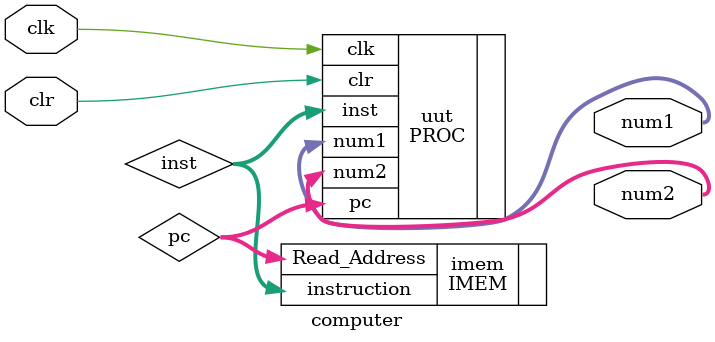
<source format=v>
`timescale 1ns / 1ps

module computer(
	input clk,
	input clr,
	output [6:0] num1,
	output [6:0] num2
    );
	 
	wire [7:0] inst;
	wire [7:0] pc;

	PROC uut (
		.inst(inst),
		.clr(clr),
		.clk(clk), 
		.pc(pc), 
		.num1(num1), 
		.num2(num2)
	);
	
	IMEM imem (
		.instruction(inst),
		.Read_Address(pc)
	);
	
	

endmodule

</source>
